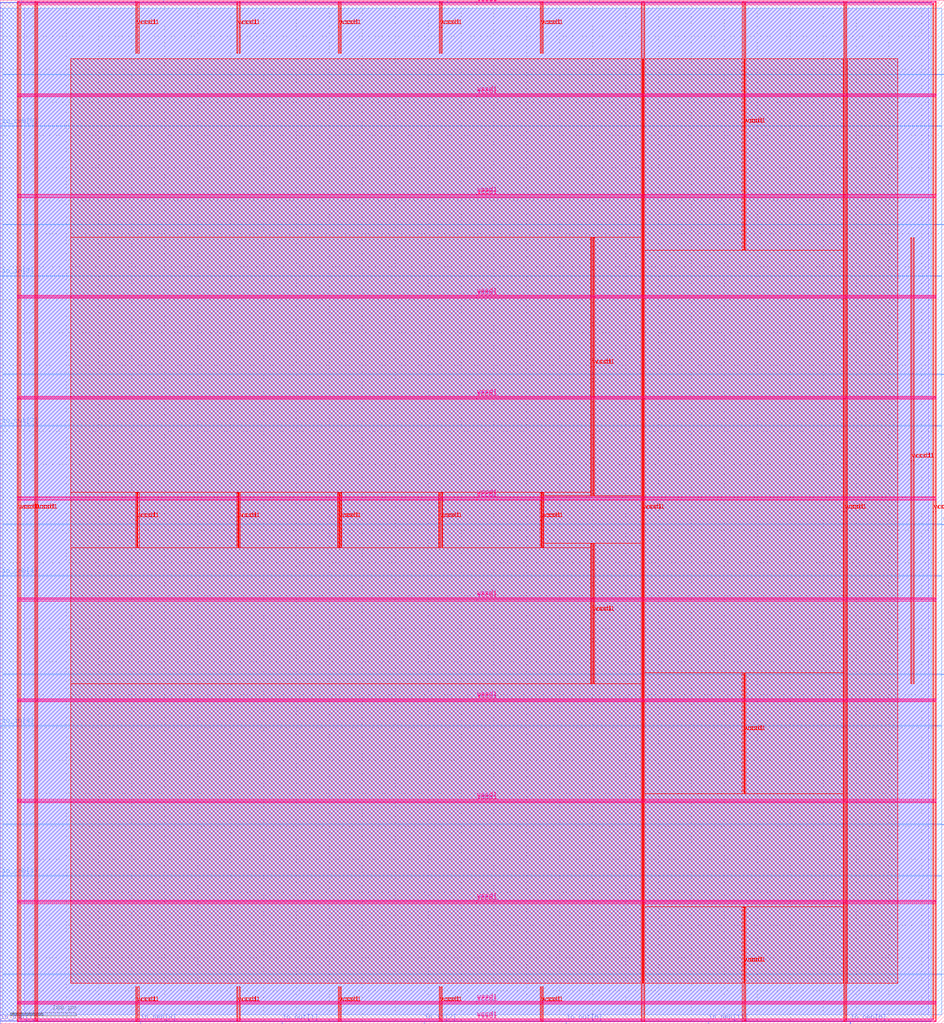
<source format=lef>
VERSION 5.7 ;
  NOWIREEXTENSIONATPIN ON ;
  DIVIDERCHAR "/" ;
  BUSBITCHARS "[]" ;
MACRO osiris_i_wrapper
  CLASS BLOCK ;
  FOREIGN osiris_i_wrapper ;
  ORIGIN 0.000 0.000 ;
  SIZE 1434.000 BY 1555.000 ;
  PIN io_in[0]
    DIRECTION INPUT ;
    USE SIGNAL ;
    ANTENNAGATEAREA 0.852000 ;
    PORT
      LAYER met3 ;
        RECT 1430.000 74.840 1434.000 75.440 ;
    END
  END io_in[0]
  PIN io_in[1]
    DIRECTION INPUT ;
    USE SIGNAL ;
    ANTENNAGATEAREA 0.990000 ;
    PORT
      LAYER met3 ;
        RECT 1430.000 530.440 1434.000 531.040 ;
    END
  END io_in[1]
  PIN io_in[2]
    DIRECTION INPUT ;
    USE SIGNAL ;
    ANTENNAGATEAREA 0.426000 ;
    PORT
      LAYER met2 ;
        RECT 644.090 0.000 644.370 4.000 ;
    END
  END io_in[2]
  PIN io_in[3]
    DIRECTION INPUT ;
    USE SIGNAL ;
    ANTENNAGATEAREA 0.990000 ;
    PORT
      LAYER met3 ;
        RECT 0.000 1135.640 4.000 1136.240 ;
    END
  END io_in[3]
  PIN io_in[4]
    DIRECTION INPUT ;
    USE SIGNAL ;
    ANTENNAGATEAREA 0.990000 ;
    PORT
      LAYER met3 ;
        RECT 0.000 452.240 4.000 452.840 ;
    END
  END io_in[4]
  PIN io_oeb[0]
    DIRECTION OUTPUT TRISTATE ;
    USE SIGNAL ;
    PORT
      LAYER met3 ;
        RECT 0.000 1363.440 4.000 1364.040 ;
    END
  END io_oeb[0]
  PIN io_oeb[10]
    DIRECTION OUTPUT TRISTATE ;
    USE SIGNAL ;
    PORT
      LAYER met2 ;
        RECT 1326.730 1551.000 1327.010 1555.000 ;
    END
  END io_oeb[10]
  PIN io_oeb[11]
    DIRECTION OUTPUT TRISTATE ;
    USE SIGNAL ;
    PORT
      LAYER met2 ;
        RECT 1075.570 0.000 1075.850 4.000 ;
    END
  END io_oeb[11]
  PIN io_oeb[1]
    DIRECTION OUTPUT TRISTATE ;
    USE SIGNAL ;
    PORT
      LAYER met3 ;
        RECT 0.000 224.440 4.000 225.040 ;
    END
  END io_oeb[1]
  PIN io_oeb[2]
    DIRECTION OUTPUT TRISTATE ;
    USE SIGNAL ;
    PORT
      LAYER met2 ;
        RECT 1110.990 1551.000 1111.270 1555.000 ;
    END
  END io_oeb[2]
  PIN io_oeb[3]
    DIRECTION OUTPUT TRISTATE ;
    USE SIGNAL ;
    PORT
      LAYER met3 ;
        RECT 1430.000 1441.640 1434.000 1442.240 ;
    END
  END io_oeb[3]
  PIN io_oeb[4]
    DIRECTION OUTPUT TRISTATE ;
    USE SIGNAL ;
    PORT
      LAYER met3 ;
        RECT 0.000 680.040 4.000 680.640 ;
    END
  END io_oeb[4]
  PIN io_oeb[5]
    DIRECTION OUTPUT TRISTATE ;
    USE SIGNAL ;
    PORT
      LAYER met2 ;
        RECT 248.030 1551.000 248.310 1555.000 ;
    END
  END io_oeb[5]
  PIN io_oeb[6]
    DIRECTION OUTPUT TRISTATE ;
    USE SIGNAL ;
    PORT
      LAYER met2 ;
        RECT 1291.310 0.000 1291.590 4.000 ;
    END
  END io_oeb[6]
  PIN io_oeb[7]
    DIRECTION OUTPUT TRISTATE ;
    USE SIGNAL ;
    PORT
      LAYER met2 ;
        RECT 0.090 0.000 0.370 4.000 ;
    END
  END io_oeb[7]
  PIN io_oeb[8]
    DIRECTION OUTPUT TRISTATE ;
    USE SIGNAL ;
    PORT
      LAYER met2 ;
        RECT 212.610 0.000 212.890 4.000 ;
    END
  END io_oeb[8]
  PIN io_oeb[9]
    DIRECTION OUTPUT TRISTATE ;
    USE SIGNAL ;
    PORT
      LAYER met2 ;
        RECT 463.770 1551.000 464.050 1555.000 ;
    END
  END io_oeb[9]
  PIN io_out[0]
    DIRECTION OUTPUT TRISTATE ;
    USE SIGNAL ;
    ANTENNADIFFAREA 2.673000 ;
    PORT
      LAYER met3 ;
        RECT 1430.000 302.640 1434.000 303.240 ;
    END
  END io_out[0]
  PIN io_out[1]
    DIRECTION OUTPUT TRISTATE ;
    USE SIGNAL ;
    ANTENNADIFFAREA 2.673000 ;
    PORT
      LAYER met2 ;
        RECT 428.350 0.000 428.630 4.000 ;
    END
  END io_out[1]
  PIN io_out[2]
    DIRECTION OUTPUT TRISTATE ;
    USE SIGNAL ;
    PORT
      LAYER met3 ;
        RECT 1430.000 986.040 1434.000 986.640 ;
    END
  END io_out[2]
  PIN io_out[3]
    DIRECTION OUTPUT TRISTATE ;
    USE SIGNAL ;
    PORT
      LAYER met3 ;
        RECT 1430.000 1213.840 1434.000 1214.440 ;
    END
  END io_out[3]
  PIN io_out[4]
    DIRECTION OUTPUT TRISTATE ;
    USE SIGNAL ;
    PORT
      LAYER met2 ;
        RECT 679.510 1551.000 679.790 1555.000 ;
    END
  END io_out[4]
  PIN io_out[5]
    DIRECTION OUTPUT TRISTATE ;
    USE SIGNAL ;
    PORT
      LAYER met2 ;
        RECT 895.250 1551.000 895.530 1555.000 ;
    END
  END io_out[5]
  PIN io_out[6]
    DIRECTION OUTPUT TRISTATE ;
    USE SIGNAL ;
    PORT
      LAYER met2 ;
        RECT 859.830 0.000 860.110 4.000 ;
    END
  END io_out[6]
  PIN io_out[7]
    DIRECTION OUTPUT TRISTATE ;
    USE SIGNAL ;
    PORT
      LAYER met3 ;
        RECT 0.000 907.840 4.000 908.440 ;
    END
  END io_out[7]
  PIN io_out[8]
    DIRECTION OUTPUT TRISTATE ;
    USE SIGNAL ;
    PORT
      LAYER met2 ;
        RECT 32.290 1551.000 32.570 1555.000 ;
    END
  END io_out[8]
  PIN vccd1
    DIRECTION INOUT ;
    USE POWER ;
    PORT
      LAYER met4 ;
        RECT 29.200 6.000 30.800 1549.840 ;
    END
    PORT
      LAYER met5 ;
        RECT 29.200 6.000 1418.420 7.600 ;
    END
    PORT
      LAYER met5 ;
        RECT 29.200 1548.240 1418.420 1549.840 ;
    END
    PORT
      LAYER met4 ;
        RECT 1416.820 6.000 1418.420 1549.840 ;
    END
    PORT
      LAYER met4 ;
        RECT 52.320 2.700 53.920 1553.140 ;
    END
    PORT
      LAYER met4 ;
        RECT 205.920 2.700 207.520 55.855 ;
    END
    PORT
      LAYER met4 ;
        RECT 205.920 723.385 207.520 806.855 ;
    END
    PORT
      LAYER met4 ;
        RECT 205.920 1474.385 207.520 1553.140 ;
    END
    PORT
      LAYER met4 ;
        RECT 359.520 2.700 361.120 55.855 ;
    END
    PORT
      LAYER met4 ;
        RECT 359.520 723.385 361.120 806.855 ;
    END
    PORT
      LAYER met4 ;
        RECT 359.520 1474.385 361.120 1553.140 ;
    END
    PORT
      LAYER met4 ;
        RECT 513.120 2.700 514.720 55.855 ;
    END
    PORT
      LAYER met4 ;
        RECT 513.120 723.385 514.720 806.855 ;
    END
    PORT
      LAYER met4 ;
        RECT 513.120 1474.385 514.720 1553.140 ;
    END
    PORT
      LAYER met4 ;
        RECT 666.720 2.700 668.320 55.855 ;
    END
    PORT
      LAYER met4 ;
        RECT 666.720 723.385 668.320 806.855 ;
    END
    PORT
      LAYER met4 ;
        RECT 666.720 1474.385 668.320 1553.140 ;
    END
    PORT
      LAYER met4 ;
        RECT 820.320 2.700 821.920 55.855 ;
    END
    PORT
      LAYER met4 ;
        RECT 820.320 723.385 821.920 806.855 ;
    END
    PORT
      LAYER met4 ;
        RECT 820.320 1474.385 821.920 1553.140 ;
    END
    PORT
      LAYER met4 ;
        RECT 973.920 2.700 975.520 1553.140 ;
    END
    PORT
      LAYER met4 ;
        RECT 1127.520 2.700 1129.120 177.065 ;
    END
    PORT
      LAYER met4 ;
        RECT 1127.520 349.555 1129.120 533.095 ;
    END
    PORT
      LAYER met4 ;
        RECT 1127.520 1175.465 1129.120 1553.140 ;
    END
    PORT
      LAYER met4 ;
        RECT 1281.120 2.700 1282.720 1553.140 ;
    END
    PORT
      LAYER met5 ;
        RECT 25.900 29.450 1421.720 31.050 ;
    END
    PORT
      LAYER met5 ;
        RECT 25.900 182.630 1421.720 184.230 ;
    END
    PORT
      LAYER met5 ;
        RECT 25.900 335.810 1421.720 337.410 ;
    END
    PORT
      LAYER met5 ;
        RECT 25.900 488.990 1421.720 490.590 ;
    END
    PORT
      LAYER met5 ;
        RECT 25.900 642.170 1421.720 643.770 ;
    END
    PORT
      LAYER met5 ;
        RECT 25.900 795.350 1421.720 796.950 ;
    END
    PORT
      LAYER met5 ;
        RECT 25.900 948.530 1421.720 950.130 ;
    END
    PORT
      LAYER met5 ;
        RECT 25.900 1101.710 1421.720 1103.310 ;
    END
    PORT
      LAYER met5 ;
        RECT 25.900 1254.890 1421.720 1256.490 ;
    END
    PORT
      LAYER met5 ;
        RECT 25.900 1408.070 1421.720 1409.670 ;
    END
    PORT
      LAYER met4 ;
        RECT 897.580 516.560 899.180 729.200 ;
    END
    PORT
      LAYER met4 ;
        RECT 897.580 802.160 899.180 1194.320 ;
    END
    PORT
      LAYER met4 ;
        RECT 1383.340 516.560 1384.940 1194.320 ;
    END
  END vccd1
  PIN vssd1
    DIRECTION INOUT ;
    USE GROUND ;
    PORT
      LAYER met4 ;
        RECT 25.900 2.700 27.500 1553.140 ;
    END
    PORT
      LAYER met5 ;
        RECT 25.900 2.700 1421.720 4.300 ;
    END
    PORT
      LAYER met5 ;
        RECT 25.900 1551.540 1421.720 1553.140 ;
    END
    PORT
      LAYER met4 ;
        RECT 1420.120 2.700 1421.720 1553.140 ;
    END
    PORT
      LAYER met4 ;
        RECT 55.620 2.700 57.220 1553.140 ;
    END
    PORT
      LAYER met4 ;
        RECT 209.220 2.700 210.820 55.855 ;
    END
    PORT
      LAYER met4 ;
        RECT 209.220 723.385 210.820 806.855 ;
    END
    PORT
      LAYER met4 ;
        RECT 209.220 1474.385 210.820 1553.140 ;
    END
    PORT
      LAYER met4 ;
        RECT 362.820 2.700 364.420 55.855 ;
    END
    PORT
      LAYER met4 ;
        RECT 362.820 723.385 364.420 806.855 ;
    END
    PORT
      LAYER met4 ;
        RECT 362.820 1474.385 364.420 1553.140 ;
    END
    PORT
      LAYER met4 ;
        RECT 516.420 2.700 518.020 55.855 ;
    END
    PORT
      LAYER met4 ;
        RECT 516.420 723.385 518.020 806.855 ;
    END
    PORT
      LAYER met4 ;
        RECT 516.420 1474.385 518.020 1553.140 ;
    END
    PORT
      LAYER met4 ;
        RECT 670.020 2.700 671.620 55.855 ;
    END
    PORT
      LAYER met4 ;
        RECT 670.020 723.385 671.620 806.855 ;
    END
    PORT
      LAYER met4 ;
        RECT 670.020 1474.385 671.620 1553.140 ;
    END
    PORT
      LAYER met4 ;
        RECT 823.620 2.700 825.220 55.855 ;
    END
    PORT
      LAYER met4 ;
        RECT 823.620 723.385 825.220 806.855 ;
    END
    PORT
      LAYER met4 ;
        RECT 823.620 1474.385 825.220 1553.140 ;
    END
    PORT
      LAYER met4 ;
        RECT 977.220 2.700 978.820 1553.140 ;
    END
    PORT
      LAYER met4 ;
        RECT 1130.820 2.700 1132.420 177.065 ;
    END
    PORT
      LAYER met4 ;
        RECT 1130.820 349.555 1132.420 533.095 ;
    END
    PORT
      LAYER met4 ;
        RECT 1130.820 1175.465 1132.420 1553.140 ;
    END
    PORT
      LAYER met4 ;
        RECT 1284.420 2.700 1286.020 1553.140 ;
    END
    PORT
      LAYER met5 ;
        RECT 25.900 32.750 1421.720 34.350 ;
    END
    PORT
      LAYER met5 ;
        RECT 25.900 185.930 1421.720 187.530 ;
    END
    PORT
      LAYER met5 ;
        RECT 25.900 339.110 1421.720 340.710 ;
    END
    PORT
      LAYER met5 ;
        RECT 25.900 492.290 1421.720 493.890 ;
    END
    PORT
      LAYER met5 ;
        RECT 25.900 645.470 1421.720 647.070 ;
    END
    PORT
      LAYER met5 ;
        RECT 25.900 798.650 1421.720 800.250 ;
    END
    PORT
      LAYER met5 ;
        RECT 25.900 951.830 1421.720 953.430 ;
    END
    PORT
      LAYER met5 ;
        RECT 25.900 1105.010 1421.720 1106.610 ;
    END
    PORT
      LAYER met5 ;
        RECT 25.900 1258.190 1421.720 1259.790 ;
    END
    PORT
      LAYER met5 ;
        RECT 25.900 1411.370 1421.720 1412.970 ;
    END
    PORT
      LAYER met4 ;
        RECT 901.260 516.560 902.860 729.200 ;
    END
    PORT
      LAYER met4 ;
        RECT 901.260 802.160 902.860 1194.320 ;
    END
    PORT
      LAYER met4 ;
        RECT 1387.020 516.560 1388.620 1194.320 ;
    END
  END vssd1
  PIN wb_clk_i
    DIRECTION INPUT ;
    USE SIGNAL ;
    ANTENNAGATEAREA 0.852000 ;
    ANTENNADIFFAREA 0.434700 ;
    PORT
      LAYER met3 ;
        RECT 1430.000 758.240 1434.000 758.840 ;
    END
  END wb_clk_i
  OBS
      LAYER li1 ;
        RECT 36.800 13.515 1410.820 1542.325 ;
      LAYER met1 ;
        RECT 0.070 13.360 1414.430 1542.480 ;
      LAYER met2 ;
        RECT 0.100 1550.720 32.010 1551.490 ;
        RECT 32.850 1550.720 247.750 1551.490 ;
        RECT 248.590 1550.720 463.490 1551.490 ;
        RECT 464.330 1550.720 679.230 1551.490 ;
        RECT 680.070 1550.720 894.970 1551.490 ;
        RECT 895.810 1550.720 1110.710 1551.490 ;
        RECT 1111.550 1550.720 1326.450 1551.490 ;
        RECT 1327.290 1550.720 1414.410 1551.490 ;
        RECT 0.100 4.280 1414.410 1550.720 ;
        RECT 0.650 4.000 212.330 4.280 ;
        RECT 213.170 4.000 428.070 4.280 ;
        RECT 428.910 4.000 643.810 4.280 ;
        RECT 644.650 4.000 859.550 4.280 ;
        RECT 860.390 4.000 1075.290 4.280 ;
        RECT 1076.130 4.000 1291.030 4.280 ;
        RECT 1291.870 4.000 1414.410 4.280 ;
      LAYER met3 ;
        RECT 4.000 1442.640 1430.000 1542.405 ;
        RECT 4.000 1441.240 1429.600 1442.640 ;
        RECT 4.000 1364.440 1430.000 1441.240 ;
        RECT 4.400 1363.040 1430.000 1364.440 ;
        RECT 4.000 1214.840 1430.000 1363.040 ;
        RECT 4.000 1213.440 1429.600 1214.840 ;
        RECT 4.000 1136.640 1430.000 1213.440 ;
        RECT 4.400 1135.240 1430.000 1136.640 ;
        RECT 4.000 987.040 1430.000 1135.240 ;
        RECT 4.000 985.640 1429.600 987.040 ;
        RECT 4.000 908.840 1430.000 985.640 ;
        RECT 4.400 907.440 1430.000 908.840 ;
        RECT 4.000 759.240 1430.000 907.440 ;
        RECT 4.000 757.840 1429.600 759.240 ;
        RECT 4.000 681.040 1430.000 757.840 ;
        RECT 4.400 679.640 1430.000 681.040 ;
        RECT 4.000 531.440 1430.000 679.640 ;
        RECT 4.000 530.040 1429.600 531.440 ;
        RECT 4.000 453.240 1430.000 530.040 ;
        RECT 4.400 451.840 1430.000 453.240 ;
        RECT 4.000 303.640 1430.000 451.840 ;
        RECT 4.000 302.240 1429.600 303.640 ;
        RECT 4.000 225.440 1430.000 302.240 ;
        RECT 4.400 224.040 1430.000 225.440 ;
        RECT 4.000 75.840 1430.000 224.040 ;
        RECT 4.000 74.440 1429.600 75.840 ;
        RECT 4.000 13.435 1430.000 74.440 ;
      LAYER met4 ;
        RECT 107.360 1194.720 973.520 1465.905 ;
        RECT 107.360 807.255 897.180 1194.720 ;
        RECT 107.360 722.985 205.520 807.255 ;
        RECT 207.920 722.985 208.820 807.255 ;
        RECT 211.220 722.985 359.120 807.255 ;
        RECT 361.520 722.985 362.420 807.255 ;
        RECT 364.820 722.985 512.720 807.255 ;
        RECT 515.120 722.985 516.020 807.255 ;
        RECT 518.420 722.985 666.320 807.255 ;
        RECT 668.720 722.985 669.620 807.255 ;
        RECT 672.020 722.985 819.920 807.255 ;
        RECT 822.320 722.985 823.220 807.255 ;
        RECT 825.620 801.760 897.180 807.255 ;
        RECT 899.580 801.760 900.860 1194.720 ;
        RECT 903.260 801.760 973.520 1194.720 ;
        RECT 825.620 729.600 973.520 801.760 ;
        RECT 825.620 722.985 897.180 729.600 ;
        RECT 107.360 516.160 897.180 722.985 ;
        RECT 899.580 516.160 900.860 729.600 ;
        RECT 903.260 516.160 973.520 729.600 ;
        RECT 107.360 61.375 973.520 516.160 ;
        RECT 975.920 61.375 976.820 1465.905 ;
        RECT 979.220 1175.065 1127.120 1465.905 ;
        RECT 1129.520 1175.065 1130.420 1465.905 ;
        RECT 1132.820 1175.065 1280.720 1465.905 ;
        RECT 979.220 533.495 1280.720 1175.065 ;
        RECT 979.220 349.155 1127.120 533.495 ;
        RECT 1129.520 349.155 1130.420 533.495 ;
        RECT 1132.820 349.155 1280.720 533.495 ;
        RECT 979.220 177.465 1280.720 349.155 ;
        RECT 979.220 61.375 1127.120 177.465 ;
        RECT 1129.520 61.375 1130.420 177.465 ;
        RECT 1132.820 61.375 1280.720 177.465 ;
        RECT 1283.120 61.375 1284.020 1465.905 ;
        RECT 1286.420 61.375 1363.145 1465.905 ;
  END
END osiris_i_wrapper
END LIBRARY


</source>
